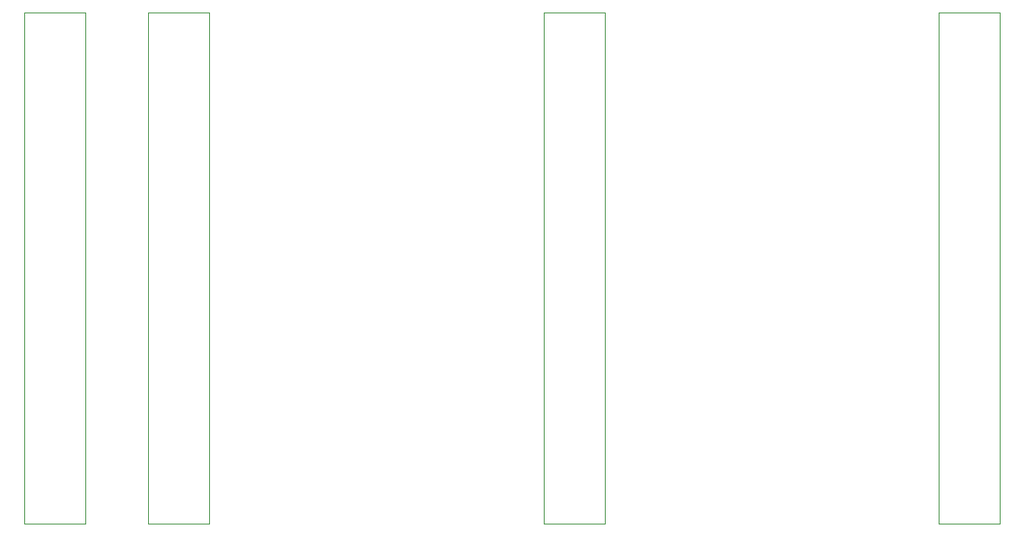
<source format=gbr>
G04 #@! TF.GenerationSoftware,KiCad,Pcbnew,5.1.5+dfsg1-2build2*
G04 #@! TF.CreationDate,2022-01-08T18:27:50+01:00*
G04 #@! TF.ProjectId,open_controler,6f70656e-5f63-46f6-9e74-726f6c65722e,rev?*
G04 #@! TF.SameCoordinates,Original*
G04 #@! TF.FileFunction,Other,User*
%FSLAX46Y46*%
G04 Gerber Fmt 4.6, Leading zero omitted, Abs format (unit mm)*
G04 Created by KiCad (PCBNEW 5.1.5+dfsg1-2build2) date 2022-01-08 18:27:50*
%MOMM*%
%LPD*%
G04 APERTURE LIST*
%ADD10C,0.050000*%
G04 APERTURE END LIST*
D10*
X79962600Y-57331200D02*
X79962600Y-109181200D01*
X79962600Y-109181200D02*
X86112600Y-109181200D01*
X86112600Y-109181200D02*
X86112600Y-57331200D01*
X86112600Y-57331200D02*
X79962600Y-57331200D01*
X98634800Y-57331200D02*
X92484800Y-57331200D01*
X98634800Y-109181200D02*
X98634800Y-57331200D01*
X92484800Y-109181200D02*
X98634800Y-109181200D01*
X92484800Y-57331200D02*
X92484800Y-109181200D01*
X138665200Y-57331200D02*
X132515200Y-57331200D01*
X138665200Y-109181200D02*
X138665200Y-57331200D01*
X132515200Y-109181200D02*
X138665200Y-109181200D01*
X132515200Y-57331200D02*
X132515200Y-109181200D01*
X172494800Y-57331200D02*
X172494800Y-109181200D01*
X172494800Y-109181200D02*
X178644800Y-109181200D01*
X178644800Y-109181200D02*
X178644800Y-57331200D01*
X178644800Y-57331200D02*
X172494800Y-57331200D01*
M02*

</source>
